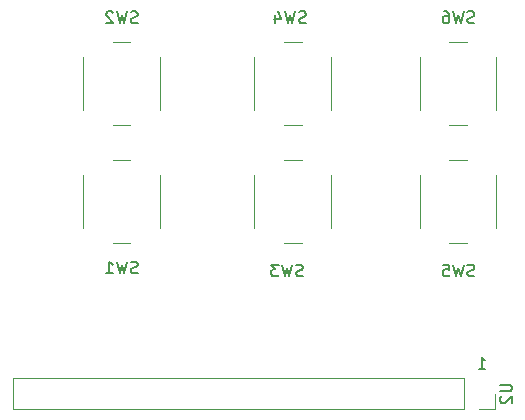
<source format=gbr>
G04 #@! TF.FileFunction,Legend,Bot*
%FSLAX46Y46*%
G04 Gerber Fmt 4.6, Leading zero omitted, Abs format (unit mm)*
G04 Created by KiCad (PCBNEW 4.0.7) date 03/22/19 16:26:55*
%MOMM*%
%LPD*%
G01*
G04 APERTURE LIST*
%ADD10C,0.100000*%
%ADD11C,0.150000*%
%ADD12C,0.120000*%
G04 APERTURE END LIST*
D10*
D11*
X159988285Y-62936381D02*
X160559714Y-62936381D01*
X160274000Y-62936381D02*
X160274000Y-61936381D01*
X160369238Y-62079238D01*
X160464476Y-62174476D01*
X160559714Y-62222095D01*
D12*
X133000000Y-46500000D02*
X133000000Y-51000000D01*
X129000000Y-45250000D02*
X130500000Y-45250000D01*
X126500000Y-51000000D02*
X126500000Y-46500000D01*
X130500000Y-52250000D02*
X129000000Y-52250000D01*
X133000000Y-36500000D02*
X133000000Y-41000000D01*
X129000000Y-35250000D02*
X130500000Y-35250000D01*
X126500000Y-41000000D02*
X126500000Y-36500000D01*
X130500000Y-42250000D02*
X129000000Y-42250000D01*
X147500000Y-46500000D02*
X147500000Y-51000000D01*
X143500000Y-45250000D02*
X145000000Y-45250000D01*
X141000000Y-51000000D02*
X141000000Y-46500000D01*
X145000000Y-52250000D02*
X143500000Y-52250000D01*
X147500000Y-36500000D02*
X147500000Y-41000000D01*
X143500000Y-35250000D02*
X145000000Y-35250000D01*
X141000000Y-41000000D02*
X141000000Y-36500000D01*
X145000000Y-42250000D02*
X143500000Y-42250000D01*
X161500000Y-46500000D02*
X161500000Y-51000000D01*
X157500000Y-45250000D02*
X159000000Y-45250000D01*
X155000000Y-51000000D02*
X155000000Y-46500000D01*
X159000000Y-52250000D02*
X157500000Y-52250000D01*
X161500000Y-36500000D02*
X161500000Y-41000000D01*
X157500000Y-35250000D02*
X159000000Y-35250000D01*
X155000000Y-41000000D02*
X155000000Y-36500000D01*
X159000000Y-42250000D02*
X157500000Y-42250000D01*
X120590000Y-66354000D02*
X120590000Y-63694000D01*
X158750000Y-66354000D02*
X120590000Y-66354000D01*
X158750000Y-63694000D02*
X120590000Y-63694000D01*
X158750000Y-66354000D02*
X158750000Y-63694000D01*
X160020000Y-66354000D02*
X161350000Y-66354000D01*
X161350000Y-66354000D02*
X161350000Y-65024000D01*
D11*
X131119333Y-54794762D02*
X130976476Y-54842381D01*
X130738380Y-54842381D01*
X130643142Y-54794762D01*
X130595523Y-54747143D01*
X130547904Y-54651905D01*
X130547904Y-54556667D01*
X130595523Y-54461429D01*
X130643142Y-54413810D01*
X130738380Y-54366190D01*
X130928857Y-54318571D01*
X131024095Y-54270952D01*
X131071714Y-54223333D01*
X131119333Y-54128095D01*
X131119333Y-54032857D01*
X131071714Y-53937619D01*
X131024095Y-53890000D01*
X130928857Y-53842381D01*
X130690761Y-53842381D01*
X130547904Y-53890000D01*
X130214571Y-53842381D02*
X129976476Y-54842381D01*
X129785999Y-54128095D01*
X129595523Y-54842381D01*
X129357428Y-53842381D01*
X128452666Y-54842381D02*
X129024095Y-54842381D01*
X128738381Y-54842381D02*
X128738381Y-53842381D01*
X128833619Y-53985238D01*
X128928857Y-54080476D01*
X129024095Y-54128095D01*
X131119333Y-33618762D02*
X130976476Y-33666381D01*
X130738380Y-33666381D01*
X130643142Y-33618762D01*
X130595523Y-33571143D01*
X130547904Y-33475905D01*
X130547904Y-33380667D01*
X130595523Y-33285429D01*
X130643142Y-33237810D01*
X130738380Y-33190190D01*
X130928857Y-33142571D01*
X131024095Y-33094952D01*
X131071714Y-33047333D01*
X131119333Y-32952095D01*
X131119333Y-32856857D01*
X131071714Y-32761619D01*
X131024095Y-32714000D01*
X130928857Y-32666381D01*
X130690761Y-32666381D01*
X130547904Y-32714000D01*
X130214571Y-32666381D02*
X129976476Y-33666381D01*
X129785999Y-32952095D01*
X129595523Y-33666381D01*
X129357428Y-32666381D01*
X129024095Y-32761619D02*
X128976476Y-32714000D01*
X128881238Y-32666381D01*
X128643142Y-32666381D01*
X128547904Y-32714000D01*
X128500285Y-32761619D01*
X128452666Y-32856857D01*
X128452666Y-32952095D01*
X128500285Y-33094952D01*
X129071714Y-33666381D01*
X128452666Y-33666381D01*
X145111333Y-55048762D02*
X144968476Y-55096381D01*
X144730380Y-55096381D01*
X144635142Y-55048762D01*
X144587523Y-55001143D01*
X144539904Y-54905905D01*
X144539904Y-54810667D01*
X144587523Y-54715429D01*
X144635142Y-54667810D01*
X144730380Y-54620190D01*
X144920857Y-54572571D01*
X145016095Y-54524952D01*
X145063714Y-54477333D01*
X145111333Y-54382095D01*
X145111333Y-54286857D01*
X145063714Y-54191619D01*
X145016095Y-54144000D01*
X144920857Y-54096381D01*
X144682761Y-54096381D01*
X144539904Y-54144000D01*
X144206571Y-54096381D02*
X143968476Y-55096381D01*
X143777999Y-54382095D01*
X143587523Y-55096381D01*
X143349428Y-54096381D01*
X143063714Y-54096381D02*
X142444666Y-54096381D01*
X142778000Y-54477333D01*
X142635142Y-54477333D01*
X142539904Y-54524952D01*
X142492285Y-54572571D01*
X142444666Y-54667810D01*
X142444666Y-54905905D01*
X142492285Y-55001143D01*
X142539904Y-55048762D01*
X142635142Y-55096381D01*
X142920857Y-55096381D01*
X143016095Y-55048762D01*
X143063714Y-55001143D01*
X145365333Y-33618762D02*
X145222476Y-33666381D01*
X144984380Y-33666381D01*
X144889142Y-33618762D01*
X144841523Y-33571143D01*
X144793904Y-33475905D01*
X144793904Y-33380667D01*
X144841523Y-33285429D01*
X144889142Y-33237810D01*
X144984380Y-33190190D01*
X145174857Y-33142571D01*
X145270095Y-33094952D01*
X145317714Y-33047333D01*
X145365333Y-32952095D01*
X145365333Y-32856857D01*
X145317714Y-32761619D01*
X145270095Y-32714000D01*
X145174857Y-32666381D01*
X144936761Y-32666381D01*
X144793904Y-32714000D01*
X144460571Y-32666381D02*
X144222476Y-33666381D01*
X144031999Y-32952095D01*
X143841523Y-33666381D01*
X143603428Y-32666381D01*
X142793904Y-32999714D02*
X142793904Y-33666381D01*
X143032000Y-32618762D02*
X143270095Y-33333048D01*
X142651047Y-33333048D01*
X159619333Y-55048762D02*
X159476476Y-55096381D01*
X159238380Y-55096381D01*
X159143142Y-55048762D01*
X159095523Y-55001143D01*
X159047904Y-54905905D01*
X159047904Y-54810667D01*
X159095523Y-54715429D01*
X159143142Y-54667810D01*
X159238380Y-54620190D01*
X159428857Y-54572571D01*
X159524095Y-54524952D01*
X159571714Y-54477333D01*
X159619333Y-54382095D01*
X159619333Y-54286857D01*
X159571714Y-54191619D01*
X159524095Y-54144000D01*
X159428857Y-54096381D01*
X159190761Y-54096381D01*
X159047904Y-54144000D01*
X158714571Y-54096381D02*
X158476476Y-55096381D01*
X158285999Y-54382095D01*
X158095523Y-55096381D01*
X157857428Y-54096381D01*
X157000285Y-54096381D02*
X157476476Y-54096381D01*
X157524095Y-54572571D01*
X157476476Y-54524952D01*
X157381238Y-54477333D01*
X157143142Y-54477333D01*
X157047904Y-54524952D01*
X157000285Y-54572571D01*
X156952666Y-54667810D01*
X156952666Y-54905905D01*
X157000285Y-55001143D01*
X157047904Y-55048762D01*
X157143142Y-55096381D01*
X157381238Y-55096381D01*
X157476476Y-55048762D01*
X157524095Y-55001143D01*
X159619333Y-33618762D02*
X159476476Y-33666381D01*
X159238380Y-33666381D01*
X159143142Y-33618762D01*
X159095523Y-33571143D01*
X159047904Y-33475905D01*
X159047904Y-33380667D01*
X159095523Y-33285429D01*
X159143142Y-33237810D01*
X159238380Y-33190190D01*
X159428857Y-33142571D01*
X159524095Y-33094952D01*
X159571714Y-33047333D01*
X159619333Y-32952095D01*
X159619333Y-32856857D01*
X159571714Y-32761619D01*
X159524095Y-32714000D01*
X159428857Y-32666381D01*
X159190761Y-32666381D01*
X159047904Y-32714000D01*
X158714571Y-32666381D02*
X158476476Y-33666381D01*
X158285999Y-32952095D01*
X158095523Y-33666381D01*
X157857428Y-32666381D01*
X157047904Y-32666381D02*
X157238381Y-32666381D01*
X157333619Y-32714000D01*
X157381238Y-32761619D01*
X157476476Y-32904476D01*
X157524095Y-33094952D01*
X157524095Y-33475905D01*
X157476476Y-33571143D01*
X157428857Y-33618762D01*
X157333619Y-33666381D01*
X157143142Y-33666381D01*
X157047904Y-33618762D01*
X157000285Y-33571143D01*
X156952666Y-33475905D01*
X156952666Y-33237810D01*
X157000285Y-33142571D01*
X157047904Y-33094952D01*
X157143142Y-33047333D01*
X157333619Y-33047333D01*
X157428857Y-33094952D01*
X157476476Y-33142571D01*
X157524095Y-33237810D01*
X161802381Y-64262095D02*
X162611905Y-64262095D01*
X162707143Y-64309714D01*
X162754762Y-64357333D01*
X162802381Y-64452571D01*
X162802381Y-64643048D01*
X162754762Y-64738286D01*
X162707143Y-64785905D01*
X162611905Y-64833524D01*
X161802381Y-64833524D01*
X161897619Y-65262095D02*
X161850000Y-65309714D01*
X161802381Y-65404952D01*
X161802381Y-65643048D01*
X161850000Y-65738286D01*
X161897619Y-65785905D01*
X161992857Y-65833524D01*
X162088095Y-65833524D01*
X162230952Y-65785905D01*
X162802381Y-65214476D01*
X162802381Y-65833524D01*
M02*

</source>
